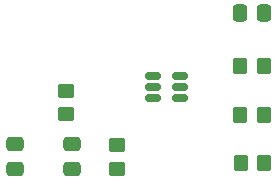
<source format=gbr>
%TF.GenerationSoftware,KiCad,Pcbnew,7.0.9*%
%TF.CreationDate,2024-01-31T11:52:48-08:00*%
%TF.ProjectId,breakout,62726561-6b6f-4757-942e-6b696361645f,rev?*%
%TF.SameCoordinates,Original*%
%TF.FileFunction,Paste,Top*%
%TF.FilePolarity,Positive*%
%FSLAX46Y46*%
G04 Gerber Fmt 4.6, Leading zero omitted, Abs format (unit mm)*
G04 Created by KiCad (PCBNEW 7.0.9) date 2024-01-31 11:52:48*
%MOMM*%
%LPD*%
G01*
G04 APERTURE LIST*
G04 Aperture macros list*
%AMRoundRect*
0 Rectangle with rounded corners*
0 $1 Rounding radius*
0 $2 $3 $4 $5 $6 $7 $8 $9 X,Y pos of 4 corners*
0 Add a 4 corners polygon primitive as box body*
4,1,4,$2,$3,$4,$5,$6,$7,$8,$9,$2,$3,0*
0 Add four circle primitives for the rounded corners*
1,1,$1+$1,$2,$3*
1,1,$1+$1,$4,$5*
1,1,$1+$1,$6,$7*
1,1,$1+$1,$8,$9*
0 Add four rect primitives between the rounded corners*
20,1,$1+$1,$2,$3,$4,$5,0*
20,1,$1+$1,$4,$5,$6,$7,0*
20,1,$1+$1,$6,$7,$8,$9,0*
20,1,$1+$1,$8,$9,$2,$3,0*%
G04 Aperture macros list end*
%ADD10RoundRect,0.150000X-0.512500X-0.150000X0.512500X-0.150000X0.512500X0.150000X-0.512500X0.150000X0*%
%ADD11RoundRect,0.250000X-0.350000X-0.450000X0.350000X-0.450000X0.350000X0.450000X-0.350000X0.450000X0*%
%ADD12RoundRect,0.250000X0.350000X0.450000X-0.350000X0.450000X-0.350000X-0.450000X0.350000X-0.450000X0*%
%ADD13RoundRect,0.250000X-0.450000X0.350000X-0.450000X-0.350000X0.450000X-0.350000X0.450000X0.350000X0*%
%ADD14RoundRect,0.250000X0.475000X-0.337500X0.475000X0.337500X-0.475000X0.337500X-0.475000X-0.337500X0*%
%ADD15RoundRect,0.250000X0.337500X0.475000X-0.337500X0.475000X-0.337500X-0.475000X0.337500X-0.475000X0*%
G04 APERTURE END LIST*
D10*
%TO.C,U1*%
X146823000Y-90424000D03*
X146823000Y-91374000D03*
X146823000Y-92324000D03*
X149098000Y-92324000D03*
X149098000Y-91374000D03*
X149098000Y-90424000D03*
%TD*%
D11*
%TO.C,R5*%
X154210000Y-97790000D03*
X156210000Y-97790000D03*
%TD*%
D12*
%TO.C,R4*%
X156194000Y-93726000D03*
X154194000Y-93726000D03*
%TD*%
%TO.C,R3*%
X156194000Y-89646000D03*
X154194000Y-89646000D03*
%TD*%
D13*
%TO.C,R2*%
X139446000Y-91710000D03*
X139446000Y-93710000D03*
%TD*%
%TO.C,R1*%
X143764000Y-96298000D03*
X143764000Y-98298000D03*
%TD*%
D14*
%TO.C,C3*%
X139954000Y-98319500D03*
X139954000Y-96244500D03*
%TD*%
%TO.C,C2*%
X135128000Y-96244500D03*
X135128000Y-98319500D03*
%TD*%
D15*
%TO.C,C1*%
X154135000Y-85090000D03*
X156210000Y-85090000D03*
%TD*%
M02*

</source>
